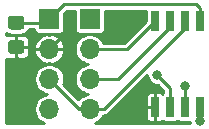
<source format=gbr>
%TF.GenerationSoftware,KiCad,Pcbnew,(5.1.6)-1*%
%TF.CreationDate,2025-01-10T10:33:32-05:00*%
%TF.ProjectId,full-can-programmer,66756c6c-2d63-4616-9e2d-70726f677261,rev?*%
%TF.SameCoordinates,Original*%
%TF.FileFunction,Copper,L2,Bot*%
%TF.FilePolarity,Positive*%
%FSLAX46Y46*%
G04 Gerber Fmt 4.6, Leading zero omitted, Abs format (unit mm)*
G04 Created by KiCad (PCBNEW (5.1.6)-1) date 2025-01-10 10:33:32*
%MOMM*%
%LPD*%
G01*
G04 APERTURE LIST*
%TA.AperFunction,ComponentPad*%
%ADD10R,1.700000X1.700000*%
%TD*%
%TA.AperFunction,ComponentPad*%
%ADD11O,1.700000X1.700000*%
%TD*%
%TA.AperFunction,SMDPad,CuDef*%
%ADD12R,0.650000X1.700000*%
%TD*%
%TA.AperFunction,ViaPad*%
%ADD13C,0.800000*%
%TD*%
%TA.AperFunction,Conductor*%
%ADD14C,0.250000*%
%TD*%
%TA.AperFunction,Conductor*%
%ADD15C,0.254000*%
%TD*%
G04 APERTURE END LIST*
%TO.P,C1,1*%
%TO.N,/VIN*%
%TA.AperFunction,SMDPad,CuDef*%
G36*
G01*
X144837999Y-83617000D02*
X145738001Y-83617000D01*
G75*
G02*
X145988000Y-83866999I0J-249999D01*
G01*
X145988000Y-84517001D01*
G75*
G02*
X145738001Y-84767000I-249999J0D01*
G01*
X144837999Y-84767000D01*
G75*
G02*
X144588000Y-84517001I0J249999D01*
G01*
X144588000Y-83866999D01*
G75*
G02*
X144837999Y-83617000I249999J0D01*
G01*
G37*
%TD.AperFunction*%
%TO.P,C1,2*%
%TO.N,GND*%
%TA.AperFunction,SMDPad,CuDef*%
G36*
G01*
X144837999Y-85667000D02*
X145738001Y-85667000D01*
G75*
G02*
X145988000Y-85916999I0J-249999D01*
G01*
X145988000Y-86567001D01*
G75*
G02*
X145738001Y-86817000I-249999J0D01*
G01*
X144837999Y-86817000D01*
G75*
G02*
X144588000Y-86567001I0J249999D01*
G01*
X144588000Y-85916999D01*
G75*
G02*
X144837999Y-85667000I249999J0D01*
G01*
G37*
%TD.AperFunction*%
%TD*%
D10*
%TO.P,J1,1*%
%TO.N,/VIN*%
X148082000Y-83883500D03*
D11*
%TO.P,J1,2*%
%TO.N,GND*%
X148082000Y-86423500D03*
%TO.P,J1,3*%
%TO.N,/SCK*%
X148082000Y-88963500D03*
%TO.P,J1,4*%
%TO.N,/MOSI*%
X148082000Y-91503500D03*
%TD*%
D12*
%TO.P,U1,1*%
%TO.N,/RESET*%
X160845500Y-91343500D03*
%TO.P,U1,2*%
%TO.N,/SW_A*%
X159575500Y-91343500D03*
%TO.P,U1,3*%
%TO.N,/SW_B*%
X158305500Y-91343500D03*
%TO.P,U1,4*%
%TO.N,GND*%
X157035500Y-91343500D03*
%TO.P,U1,5*%
%TO.N,/MOSI*%
X157035500Y-84043500D03*
%TO.P,U1,6*%
%TO.N,/MISO*%
X158305500Y-84043500D03*
%TO.P,U1,7*%
%TO.N,/SCK*%
X159575500Y-84043500D03*
%TO.P,U1,8*%
%TO.N,/VIN*%
X160845500Y-84043500D03*
%TD*%
D10*
%TO.P,J2,1*%
%TO.N,/RESET*%
X151511000Y-83883500D03*
D11*
%TO.P,J2,2*%
%TO.N,/MOSI*%
X151511000Y-86423500D03*
%TO.P,J2,3*%
%TO.N,/MISO*%
X151511000Y-88963500D03*
%TO.P,J2,4*%
%TO.N,/SCK*%
X151511000Y-91503500D03*
%TD*%
D13*
%TO.N,GND*%
X155257500Y-91376500D03*
X154686000Y-83756500D03*
%TO.N,/SW_A*%
X159575500Y-89535000D03*
%TO.N,/SW_B*%
X157226000Y-88646000D03*
%TO.N,/RESET*%
X160845500Y-92529500D03*
%TD*%
D14*
%TO.N,/VIN*%
X147773500Y-84192000D02*
X148082000Y-83883500D01*
X145288000Y-84192000D02*
X147773500Y-84192000D01*
X160515500Y-82613500D02*
X149352000Y-82613500D01*
X149352000Y-82613500D02*
X148082000Y-83883500D01*
X160845500Y-84043500D02*
X160845500Y-82943500D01*
X160845500Y-82943500D02*
X160515500Y-82613500D01*
%TO.N,GND*%
X157035500Y-91343500D02*
X155290500Y-91343500D01*
X155290500Y-91343500D02*
X155257500Y-91376500D01*
X149352000Y-85153500D02*
X148082000Y-86423500D01*
X154686000Y-83756500D02*
X153289000Y-85153500D01*
X153289000Y-85153500D02*
X149352000Y-85153500D01*
%TO.N,/SW_A*%
X159575500Y-89535000D02*
X159575500Y-91343500D01*
%TO.N,/SW_B*%
X158305500Y-91343500D02*
X158305500Y-89725500D01*
X158305500Y-89725500D02*
X157226000Y-88646000D01*
%TO.N,/SCK*%
X159575500Y-84641081D02*
X159575500Y-84043500D01*
X152713081Y-91503500D02*
X159575500Y-84641081D01*
X151511000Y-91503500D02*
X152713081Y-91503500D01*
X150622000Y-91503500D02*
X151511000Y-91503500D01*
X148082000Y-88963500D02*
X150622000Y-91503500D01*
%TO.N,/MOSI*%
X154655500Y-86423500D02*
X157035500Y-84043500D01*
X151511000Y-86423500D02*
X154655500Y-86423500D01*
%TO.N,/RESET*%
X160845500Y-92529500D02*
X160845500Y-91343500D01*
%TO.N,/MISO*%
X158305500Y-84533502D02*
X158305500Y-84043500D01*
X153875502Y-88963500D02*
X158305500Y-84533502D01*
X151511000Y-88963500D02*
X153875502Y-88963500D01*
%TD*%
D15*
%TO.N,GND*%
G36*
X150231934Y-84733500D02*
G01*
X150240178Y-84817207D01*
X150264595Y-84897696D01*
X150304245Y-84971876D01*
X150357605Y-85036895D01*
X150422624Y-85090255D01*
X150496804Y-85129905D01*
X150577293Y-85154322D01*
X150661000Y-85162566D01*
X151304456Y-85162566D01*
X151138513Y-85195574D01*
X150906114Y-85291837D01*
X150696960Y-85431589D01*
X150519089Y-85609460D01*
X150379337Y-85818614D01*
X150283074Y-86051013D01*
X150234000Y-86297726D01*
X150234000Y-86549274D01*
X150283074Y-86795987D01*
X150379337Y-87028386D01*
X150519089Y-87237540D01*
X150696960Y-87415411D01*
X150906114Y-87555163D01*
X151138513Y-87651426D01*
X151350034Y-87693500D01*
X151138513Y-87735574D01*
X150906114Y-87831837D01*
X150696960Y-87971589D01*
X150519089Y-88149460D01*
X150379337Y-88358614D01*
X150283074Y-88591013D01*
X150234000Y-88837726D01*
X150234000Y-89089274D01*
X150283074Y-89335987D01*
X150379337Y-89568386D01*
X150519089Y-89777540D01*
X150696960Y-89955411D01*
X150906114Y-90095163D01*
X151138513Y-90191426D01*
X151350034Y-90233500D01*
X151138513Y-90275574D01*
X150906114Y-90371837D01*
X150696960Y-90511589D01*
X150553847Y-90654702D01*
X149288019Y-89388875D01*
X149309926Y-89335987D01*
X149359000Y-89089274D01*
X149359000Y-88837726D01*
X149309926Y-88591013D01*
X149213663Y-88358614D01*
X149073911Y-88149460D01*
X148896040Y-87971589D01*
X148686886Y-87831837D01*
X148454487Y-87735574D01*
X148207774Y-87686500D01*
X148105002Y-87686500D01*
X148105002Y-87593545D01*
X148304451Y-87680977D01*
X148545498Y-87613417D01*
X148768733Y-87500129D01*
X148965578Y-87345467D01*
X149128467Y-87155374D01*
X149251141Y-86937156D01*
X149328886Y-86699198D01*
X149339476Y-86645951D01*
X149252024Y-86446500D01*
X148105000Y-86446500D01*
X148105000Y-86466500D01*
X148059000Y-86466500D01*
X148059000Y-86446500D01*
X146911976Y-86446500D01*
X146824524Y-86645951D01*
X146835114Y-86699198D01*
X146912859Y-86937156D01*
X147035533Y-87155374D01*
X147198422Y-87345467D01*
X147395267Y-87500129D01*
X147618502Y-87613417D01*
X147859549Y-87680977D01*
X148058998Y-87593545D01*
X148058998Y-87686500D01*
X147956226Y-87686500D01*
X147709513Y-87735574D01*
X147477114Y-87831837D01*
X147267960Y-87971589D01*
X147090089Y-88149460D01*
X146950337Y-88358614D01*
X146854074Y-88591013D01*
X146805000Y-88837726D01*
X146805000Y-89089274D01*
X146854074Y-89335987D01*
X146950337Y-89568386D01*
X147090089Y-89777540D01*
X147267960Y-89955411D01*
X147477114Y-90095163D01*
X147709513Y-90191426D01*
X147921034Y-90233500D01*
X147709513Y-90275574D01*
X147477114Y-90371837D01*
X147267960Y-90511589D01*
X147090089Y-90689460D01*
X146950337Y-90898614D01*
X146854074Y-91131013D01*
X146805000Y-91377726D01*
X146805000Y-91629274D01*
X146854074Y-91875987D01*
X146950337Y-92108386D01*
X147090089Y-92317540D01*
X147267960Y-92495411D01*
X147477114Y-92635163D01*
X147639680Y-92702500D01*
X144470000Y-92702500D01*
X144470000Y-87227419D01*
X144504293Y-87237822D01*
X144588000Y-87246066D01*
X145158250Y-87244000D01*
X145265000Y-87137250D01*
X145265000Y-86265000D01*
X145311000Y-86265000D01*
X145311000Y-87137250D01*
X145417750Y-87244000D01*
X145988000Y-87246066D01*
X146071707Y-87237822D01*
X146152196Y-87213405D01*
X146226376Y-87173755D01*
X146291395Y-87120395D01*
X146344755Y-87055376D01*
X146384405Y-86981196D01*
X146408822Y-86900707D01*
X146417066Y-86817000D01*
X146415000Y-86371750D01*
X146308250Y-86265000D01*
X145311000Y-86265000D01*
X145265000Y-86265000D01*
X145245000Y-86265000D01*
X145245000Y-86219000D01*
X145265000Y-86219000D01*
X145265000Y-85346750D01*
X145311000Y-85346750D01*
X145311000Y-86219000D01*
X146308250Y-86219000D01*
X146415000Y-86112250D01*
X146417066Y-85667000D01*
X146408822Y-85583293D01*
X146384405Y-85502804D01*
X146344755Y-85428624D01*
X146291395Y-85363605D01*
X146226376Y-85310245D01*
X146152196Y-85270595D01*
X146071707Y-85246178D01*
X145988000Y-85237934D01*
X145417750Y-85240000D01*
X145311000Y-85346750D01*
X145265000Y-85346750D01*
X145158250Y-85240000D01*
X144588000Y-85237934D01*
X144504293Y-85246178D01*
X144470000Y-85256581D01*
X144470000Y-85086577D01*
X144578132Y-85144375D01*
X144705520Y-85183018D01*
X144837999Y-85196066D01*
X145738001Y-85196066D01*
X145870480Y-85183018D01*
X145997868Y-85144375D01*
X146115269Y-85081623D01*
X146218172Y-84997172D01*
X146302623Y-84894269D01*
X146365375Y-84776868D01*
X146375345Y-84744000D01*
X146803968Y-84744000D01*
X146811178Y-84817207D01*
X146835595Y-84897696D01*
X146875245Y-84971876D01*
X146928605Y-85036895D01*
X146993624Y-85090255D01*
X147067804Y-85129905D01*
X147148293Y-85154322D01*
X147232000Y-85162566D01*
X148058998Y-85162566D01*
X148058998Y-85253455D01*
X147859549Y-85166023D01*
X147618502Y-85233583D01*
X147395267Y-85346871D01*
X147198422Y-85501533D01*
X147035533Y-85691626D01*
X146912859Y-85909844D01*
X146835114Y-86147802D01*
X146824524Y-86201049D01*
X146911976Y-86400500D01*
X148059000Y-86400500D01*
X148059000Y-86380500D01*
X148105000Y-86380500D01*
X148105000Y-86400500D01*
X149252024Y-86400500D01*
X149339476Y-86201049D01*
X149328886Y-86147802D01*
X149251141Y-85909844D01*
X149128467Y-85691626D01*
X148965578Y-85501533D01*
X148768733Y-85346871D01*
X148545498Y-85233583D01*
X148304451Y-85166023D01*
X148105002Y-85253455D01*
X148105002Y-85162566D01*
X148932000Y-85162566D01*
X149015707Y-85154322D01*
X149096196Y-85129905D01*
X149170376Y-85090255D01*
X149235395Y-85036895D01*
X149288755Y-84971876D01*
X149328405Y-84897696D01*
X149352822Y-84817207D01*
X149361066Y-84733500D01*
X149361066Y-83385079D01*
X149580646Y-83165500D01*
X150231934Y-83165500D01*
X150231934Y-84733500D01*
G37*
X150231934Y-84733500D02*
X150240178Y-84817207D01*
X150264595Y-84897696D01*
X150304245Y-84971876D01*
X150357605Y-85036895D01*
X150422624Y-85090255D01*
X150496804Y-85129905D01*
X150577293Y-85154322D01*
X150661000Y-85162566D01*
X151304456Y-85162566D01*
X151138513Y-85195574D01*
X150906114Y-85291837D01*
X150696960Y-85431589D01*
X150519089Y-85609460D01*
X150379337Y-85818614D01*
X150283074Y-86051013D01*
X150234000Y-86297726D01*
X150234000Y-86549274D01*
X150283074Y-86795987D01*
X150379337Y-87028386D01*
X150519089Y-87237540D01*
X150696960Y-87415411D01*
X150906114Y-87555163D01*
X151138513Y-87651426D01*
X151350034Y-87693500D01*
X151138513Y-87735574D01*
X150906114Y-87831837D01*
X150696960Y-87971589D01*
X150519089Y-88149460D01*
X150379337Y-88358614D01*
X150283074Y-88591013D01*
X150234000Y-88837726D01*
X150234000Y-89089274D01*
X150283074Y-89335987D01*
X150379337Y-89568386D01*
X150519089Y-89777540D01*
X150696960Y-89955411D01*
X150906114Y-90095163D01*
X151138513Y-90191426D01*
X151350034Y-90233500D01*
X151138513Y-90275574D01*
X150906114Y-90371837D01*
X150696960Y-90511589D01*
X150553847Y-90654702D01*
X149288019Y-89388875D01*
X149309926Y-89335987D01*
X149359000Y-89089274D01*
X149359000Y-88837726D01*
X149309926Y-88591013D01*
X149213663Y-88358614D01*
X149073911Y-88149460D01*
X148896040Y-87971589D01*
X148686886Y-87831837D01*
X148454487Y-87735574D01*
X148207774Y-87686500D01*
X148105002Y-87686500D01*
X148105002Y-87593545D01*
X148304451Y-87680977D01*
X148545498Y-87613417D01*
X148768733Y-87500129D01*
X148965578Y-87345467D01*
X149128467Y-87155374D01*
X149251141Y-86937156D01*
X149328886Y-86699198D01*
X149339476Y-86645951D01*
X149252024Y-86446500D01*
X148105000Y-86446500D01*
X148105000Y-86466500D01*
X148059000Y-86466500D01*
X148059000Y-86446500D01*
X146911976Y-86446500D01*
X146824524Y-86645951D01*
X146835114Y-86699198D01*
X146912859Y-86937156D01*
X147035533Y-87155374D01*
X147198422Y-87345467D01*
X147395267Y-87500129D01*
X147618502Y-87613417D01*
X147859549Y-87680977D01*
X148058998Y-87593545D01*
X148058998Y-87686500D01*
X147956226Y-87686500D01*
X147709513Y-87735574D01*
X147477114Y-87831837D01*
X147267960Y-87971589D01*
X147090089Y-88149460D01*
X146950337Y-88358614D01*
X146854074Y-88591013D01*
X146805000Y-88837726D01*
X146805000Y-89089274D01*
X146854074Y-89335987D01*
X146950337Y-89568386D01*
X147090089Y-89777540D01*
X147267960Y-89955411D01*
X147477114Y-90095163D01*
X147709513Y-90191426D01*
X147921034Y-90233500D01*
X147709513Y-90275574D01*
X147477114Y-90371837D01*
X147267960Y-90511589D01*
X147090089Y-90689460D01*
X146950337Y-90898614D01*
X146854074Y-91131013D01*
X146805000Y-91377726D01*
X146805000Y-91629274D01*
X146854074Y-91875987D01*
X146950337Y-92108386D01*
X147090089Y-92317540D01*
X147267960Y-92495411D01*
X147477114Y-92635163D01*
X147639680Y-92702500D01*
X144470000Y-92702500D01*
X144470000Y-87227419D01*
X144504293Y-87237822D01*
X144588000Y-87246066D01*
X145158250Y-87244000D01*
X145265000Y-87137250D01*
X145265000Y-86265000D01*
X145311000Y-86265000D01*
X145311000Y-87137250D01*
X145417750Y-87244000D01*
X145988000Y-87246066D01*
X146071707Y-87237822D01*
X146152196Y-87213405D01*
X146226376Y-87173755D01*
X146291395Y-87120395D01*
X146344755Y-87055376D01*
X146384405Y-86981196D01*
X146408822Y-86900707D01*
X146417066Y-86817000D01*
X146415000Y-86371750D01*
X146308250Y-86265000D01*
X145311000Y-86265000D01*
X145265000Y-86265000D01*
X145245000Y-86265000D01*
X145245000Y-86219000D01*
X145265000Y-86219000D01*
X145265000Y-85346750D01*
X145311000Y-85346750D01*
X145311000Y-86219000D01*
X146308250Y-86219000D01*
X146415000Y-86112250D01*
X146417066Y-85667000D01*
X146408822Y-85583293D01*
X146384405Y-85502804D01*
X146344755Y-85428624D01*
X146291395Y-85363605D01*
X146226376Y-85310245D01*
X146152196Y-85270595D01*
X146071707Y-85246178D01*
X145988000Y-85237934D01*
X145417750Y-85240000D01*
X145311000Y-85346750D01*
X145265000Y-85346750D01*
X145158250Y-85240000D01*
X144588000Y-85237934D01*
X144504293Y-85246178D01*
X144470000Y-85256581D01*
X144470000Y-85086577D01*
X144578132Y-85144375D01*
X144705520Y-85183018D01*
X144837999Y-85196066D01*
X145738001Y-85196066D01*
X145870480Y-85183018D01*
X145997868Y-85144375D01*
X146115269Y-85081623D01*
X146218172Y-84997172D01*
X146302623Y-84894269D01*
X146365375Y-84776868D01*
X146375345Y-84744000D01*
X146803968Y-84744000D01*
X146811178Y-84817207D01*
X146835595Y-84897696D01*
X146875245Y-84971876D01*
X146928605Y-85036895D01*
X146993624Y-85090255D01*
X147067804Y-85129905D01*
X147148293Y-85154322D01*
X147232000Y-85162566D01*
X148058998Y-85162566D01*
X148058998Y-85253455D01*
X147859549Y-85166023D01*
X147618502Y-85233583D01*
X147395267Y-85346871D01*
X147198422Y-85501533D01*
X147035533Y-85691626D01*
X146912859Y-85909844D01*
X146835114Y-86147802D01*
X146824524Y-86201049D01*
X146911976Y-86400500D01*
X148059000Y-86400500D01*
X148059000Y-86380500D01*
X148105000Y-86380500D01*
X148105000Y-86400500D01*
X149252024Y-86400500D01*
X149339476Y-86201049D01*
X149328886Y-86147802D01*
X149251141Y-85909844D01*
X149128467Y-85691626D01*
X148965578Y-85501533D01*
X148768733Y-85346871D01*
X148545498Y-85233583D01*
X148304451Y-85166023D01*
X148105002Y-85253455D01*
X148105002Y-85162566D01*
X148932000Y-85162566D01*
X149015707Y-85154322D01*
X149096196Y-85129905D01*
X149170376Y-85090255D01*
X149235395Y-85036895D01*
X149288755Y-84971876D01*
X149328405Y-84897696D01*
X149352822Y-84817207D01*
X149361066Y-84733500D01*
X149361066Y-83385079D01*
X149580646Y-83165500D01*
X150231934Y-83165500D01*
X150231934Y-84733500D01*
G36*
X156399000Y-88727452D02*
G01*
X156430782Y-88887227D01*
X156493123Y-89037731D01*
X156583628Y-89173181D01*
X156698819Y-89288372D01*
X156834269Y-89378877D01*
X156984773Y-89441218D01*
X157144548Y-89473000D01*
X157272355Y-89473000D01*
X157753501Y-89954147D01*
X157753501Y-90130664D01*
X157742124Y-90136745D01*
X157677105Y-90190105D01*
X157670500Y-90198153D01*
X157663895Y-90190105D01*
X157598876Y-90136745D01*
X157524696Y-90097095D01*
X157444207Y-90072678D01*
X157360500Y-90064434D01*
X157165250Y-90066500D01*
X157058500Y-90173250D01*
X157058500Y-91320500D01*
X157078500Y-91320500D01*
X157078500Y-91366500D01*
X157058500Y-91366500D01*
X157058500Y-92513750D01*
X157165250Y-92620500D01*
X157360500Y-92622566D01*
X157444207Y-92614322D01*
X157524696Y-92589905D01*
X157598876Y-92550255D01*
X157663895Y-92496895D01*
X157670500Y-92488847D01*
X157677105Y-92496895D01*
X157742124Y-92550255D01*
X157816304Y-92589905D01*
X157896793Y-92614322D01*
X157980500Y-92622566D01*
X158630500Y-92622566D01*
X158714207Y-92614322D01*
X158794696Y-92589905D01*
X158868876Y-92550255D01*
X158933895Y-92496895D01*
X158940500Y-92488847D01*
X158947105Y-92496895D01*
X159012124Y-92550255D01*
X159086304Y-92589905D01*
X159166793Y-92614322D01*
X159250500Y-92622566D01*
X159900500Y-92622566D01*
X159984207Y-92614322D01*
X160018500Y-92603919D01*
X160018500Y-92610952D01*
X160036710Y-92702500D01*
X151953320Y-92702500D01*
X152115886Y-92635163D01*
X152325040Y-92495411D01*
X152502911Y-92317540D01*
X152585791Y-92193500D01*
X156281434Y-92193500D01*
X156289678Y-92277207D01*
X156314095Y-92357696D01*
X156353745Y-92431876D01*
X156407105Y-92496895D01*
X156472124Y-92550255D01*
X156546304Y-92589905D01*
X156626793Y-92614322D01*
X156710500Y-92622566D01*
X156905750Y-92620500D01*
X157012500Y-92513750D01*
X157012500Y-91366500D01*
X156390250Y-91366500D01*
X156283500Y-91473250D01*
X156281434Y-92193500D01*
X152585791Y-92193500D01*
X152642663Y-92108386D01*
X152664569Y-92055500D01*
X152685975Y-92055500D01*
X152713081Y-92058170D01*
X152740187Y-92055500D01*
X152740190Y-92055500D01*
X152821292Y-92047512D01*
X152925344Y-92015948D01*
X153021239Y-91964691D01*
X153105292Y-91895711D01*
X153122582Y-91874643D01*
X154503725Y-90493500D01*
X156281434Y-90493500D01*
X156283500Y-91213750D01*
X156390250Y-91320500D01*
X157012500Y-91320500D01*
X157012500Y-90173250D01*
X156905750Y-90066500D01*
X156710500Y-90064434D01*
X156626793Y-90072678D01*
X156546304Y-90097095D01*
X156472124Y-90136745D01*
X156407105Y-90190105D01*
X156353745Y-90255124D01*
X156314095Y-90329304D01*
X156289678Y-90409793D01*
X156281434Y-90493500D01*
X154503725Y-90493500D01*
X156399000Y-88598225D01*
X156399000Y-88727452D01*
G37*
X156399000Y-88727452D02*
X156430782Y-88887227D01*
X156493123Y-89037731D01*
X156583628Y-89173181D01*
X156698819Y-89288372D01*
X156834269Y-89378877D01*
X156984773Y-89441218D01*
X157144548Y-89473000D01*
X157272355Y-89473000D01*
X157753501Y-89954147D01*
X157753501Y-90130664D01*
X157742124Y-90136745D01*
X157677105Y-90190105D01*
X157670500Y-90198153D01*
X157663895Y-90190105D01*
X157598876Y-90136745D01*
X157524696Y-90097095D01*
X157444207Y-90072678D01*
X157360500Y-90064434D01*
X157165250Y-90066500D01*
X157058500Y-90173250D01*
X157058500Y-91320500D01*
X157078500Y-91320500D01*
X157078500Y-91366500D01*
X157058500Y-91366500D01*
X157058500Y-92513750D01*
X157165250Y-92620500D01*
X157360500Y-92622566D01*
X157444207Y-92614322D01*
X157524696Y-92589905D01*
X157598876Y-92550255D01*
X157663895Y-92496895D01*
X157670500Y-92488847D01*
X157677105Y-92496895D01*
X157742124Y-92550255D01*
X157816304Y-92589905D01*
X157896793Y-92614322D01*
X157980500Y-92622566D01*
X158630500Y-92622566D01*
X158714207Y-92614322D01*
X158794696Y-92589905D01*
X158868876Y-92550255D01*
X158933895Y-92496895D01*
X158940500Y-92488847D01*
X158947105Y-92496895D01*
X159012124Y-92550255D01*
X159086304Y-92589905D01*
X159166793Y-92614322D01*
X159250500Y-92622566D01*
X159900500Y-92622566D01*
X159984207Y-92614322D01*
X160018500Y-92603919D01*
X160018500Y-92610952D01*
X160036710Y-92702500D01*
X151953320Y-92702500D01*
X152115886Y-92635163D01*
X152325040Y-92495411D01*
X152502911Y-92317540D01*
X152585791Y-92193500D01*
X156281434Y-92193500D01*
X156289678Y-92277207D01*
X156314095Y-92357696D01*
X156353745Y-92431876D01*
X156407105Y-92496895D01*
X156472124Y-92550255D01*
X156546304Y-92589905D01*
X156626793Y-92614322D01*
X156710500Y-92622566D01*
X156905750Y-92620500D01*
X157012500Y-92513750D01*
X157012500Y-91366500D01*
X156390250Y-91366500D01*
X156283500Y-91473250D01*
X156281434Y-92193500D01*
X152585791Y-92193500D01*
X152642663Y-92108386D01*
X152664569Y-92055500D01*
X152685975Y-92055500D01*
X152713081Y-92058170D01*
X152740187Y-92055500D01*
X152740190Y-92055500D01*
X152821292Y-92047512D01*
X152925344Y-92015948D01*
X153021239Y-91964691D01*
X153105292Y-91895711D01*
X153122582Y-91874643D01*
X154503725Y-90493500D01*
X156281434Y-90493500D01*
X156283500Y-91213750D01*
X156390250Y-91320500D01*
X157012500Y-91320500D01*
X157012500Y-90173250D01*
X156905750Y-90066500D01*
X156710500Y-90064434D01*
X156626793Y-90072678D01*
X156546304Y-90097095D01*
X156472124Y-90136745D01*
X156407105Y-90190105D01*
X156353745Y-90255124D01*
X156314095Y-90329304D01*
X156289678Y-90409793D01*
X156281434Y-90493500D01*
X154503725Y-90493500D01*
X156399000Y-88598225D01*
X156399000Y-88727452D01*
G36*
X156281434Y-83193500D02*
G01*
X156281434Y-84016920D01*
X154426856Y-85871500D01*
X152664569Y-85871500D01*
X152642663Y-85818614D01*
X152502911Y-85609460D01*
X152325040Y-85431589D01*
X152115886Y-85291837D01*
X151883487Y-85195574D01*
X151717544Y-85162566D01*
X152361000Y-85162566D01*
X152444707Y-85154322D01*
X152525196Y-85129905D01*
X152599376Y-85090255D01*
X152664395Y-85036895D01*
X152717755Y-84971876D01*
X152757405Y-84897696D01*
X152781822Y-84817207D01*
X152790066Y-84733500D01*
X152790066Y-83165500D01*
X156284192Y-83165500D01*
X156281434Y-83193500D01*
G37*
X156281434Y-83193500D02*
X156281434Y-84016920D01*
X154426856Y-85871500D01*
X152664569Y-85871500D01*
X152642663Y-85818614D01*
X152502911Y-85609460D01*
X152325040Y-85431589D01*
X152115886Y-85291837D01*
X151883487Y-85195574D01*
X151717544Y-85162566D01*
X152361000Y-85162566D01*
X152444707Y-85154322D01*
X152525196Y-85129905D01*
X152599376Y-85090255D01*
X152664395Y-85036895D01*
X152717755Y-84971876D01*
X152757405Y-84897696D01*
X152781822Y-84817207D01*
X152790066Y-84733500D01*
X152790066Y-83165500D01*
X156284192Y-83165500D01*
X156281434Y-83193500D01*
%TD*%
M02*

</source>
